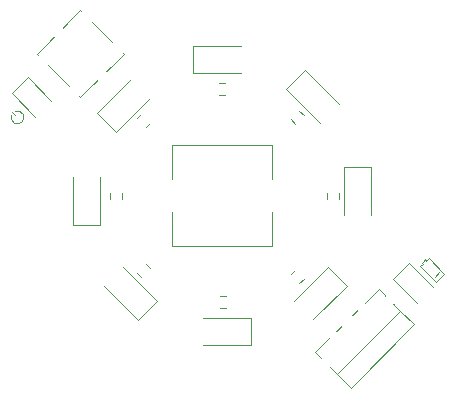
<source format=gbo>
G04 #@! TF.GenerationSoftware,KiCad,Pcbnew,5.1.10-88a1d61d58~90~ubuntu20.04.1*
G04 #@! TF.CreationDate,2021-11-23T17:05:44+00:00*
G04 #@! TF.ProjectId,LiPo-power,4c69506f-2d70-46f7-9765-722e6b696361,rev?*
G04 #@! TF.SameCoordinates,Original*
G04 #@! TF.FileFunction,Legend,Bot*
G04 #@! TF.FilePolarity,Positive*
%FSLAX46Y46*%
G04 Gerber Fmt 4.6, Leading zero omitted, Abs format (unit mm)*
G04 Created by KiCad (PCBNEW 5.1.10-88a1d61d58~90~ubuntu20.04.1) date 2021-11-23 17:05:44*
%MOMM*%
%LPD*%
G01*
G04 APERTURE LIST*
%ADD10C,0.120000*%
%ADD11C,0.100000*%
%ADD12R,1.700000X2.700000*%
G04 APERTURE END LIST*
D10*
X158000000Y-91900000D02*
X158400000Y-91500000D01*
X156900000Y-90700000D02*
X157000000Y-90600000D01*
X157000000Y-90800000D02*
X156900000Y-90700000D01*
X156800000Y-91000000D02*
X157000000Y-90800000D01*
X157200000Y-90400000D02*
X157000000Y-90600000D01*
X157300000Y-90500000D02*
X157200000Y-90400000D01*
X157500000Y-90300000D02*
X157300000Y-90500000D01*
X158800000Y-91600000D02*
X157500000Y-90300000D01*
X158600000Y-91800000D02*
X158800000Y-91600000D01*
X158100000Y-92300000D02*
X158600000Y-91800000D01*
X156800000Y-91000000D02*
X158100000Y-92300000D01*
X122529706Y-77889120D02*
G75*
G02*
X122200001Y-78200001I170294J-510880D01*
G01*
X122200000Y-77900000D02*
X122500000Y-78200000D01*
X124203500Y-78361145D02*
X122181175Y-76338820D01*
X122181175Y-76338820D02*
X123538820Y-74981175D01*
X123538820Y-74981175D02*
X125561145Y-77003500D01*
X155863604Y-90705959D02*
X157885929Y-92728284D01*
X154505959Y-92063604D02*
X155863604Y-90705959D01*
X156528284Y-94085929D02*
X154505959Y-92063604D01*
X131676955Y-73000000D02*
X128000000Y-69323045D01*
X128000000Y-69323045D02*
X124323045Y-73000000D01*
X124323045Y-73000000D02*
X128000000Y-76676955D01*
X128000000Y-76676955D02*
X131676955Y-73000000D01*
X135750000Y-89250000D02*
X144250000Y-89250000D01*
X144250000Y-89250000D02*
X144250000Y-80750000D01*
X135750000Y-80750000D02*
X144250000Y-80750000D01*
X135750000Y-89250000D02*
X135750000Y-80750000D01*
X146904345Y-78165419D02*
X146544111Y-77805185D01*
X146165419Y-78904345D02*
X145805185Y-78544111D01*
X149922500Y-85254724D02*
X149922500Y-84745276D01*
X148877500Y-85254724D02*
X148877500Y-84745276D01*
X146544111Y-92404345D02*
X146904345Y-92044111D01*
X145805185Y-91665419D02*
X146165419Y-91305185D01*
X139832776Y-94522500D02*
X140342224Y-94522500D01*
X139832776Y-93477500D02*
X140342224Y-93477500D01*
X132805185Y-91544111D02*
X133165419Y-91904345D01*
X133544111Y-90805185D02*
X133904345Y-91165419D01*
X130477500Y-84745276D02*
X130477500Y-85254724D01*
X131522500Y-84745276D02*
X131522500Y-85254724D01*
X133165419Y-78095655D02*
X132805185Y-78455889D01*
X133904345Y-78834581D02*
X133544111Y-79194815D01*
X140254724Y-75477500D02*
X139745276Y-75477500D01*
X140254724Y-76522500D02*
X139745276Y-76522500D01*
X148276984Y-78882116D02*
X145406130Y-76011263D01*
X145406130Y-76011263D02*
X147011263Y-74406130D01*
X147011263Y-74406130D02*
X149882116Y-77276984D01*
X150365000Y-86600000D02*
X150365000Y-82540000D01*
X150365000Y-82540000D02*
X152635000Y-82540000D01*
X152635000Y-82540000D02*
X152635000Y-86600000D01*
X146066063Y-93880626D02*
X148936916Y-91009772D01*
X148936916Y-91009772D02*
X150542049Y-92614905D01*
X150542049Y-92614905D02*
X147671195Y-95485758D01*
X138412500Y-95365000D02*
X142472500Y-95365000D01*
X142472500Y-95365000D02*
X142472500Y-97635000D01*
X142472500Y-97635000D02*
X138412500Y-97635000D01*
X131619374Y-91014242D02*
X134490228Y-93885095D01*
X134490228Y-93885095D02*
X132885095Y-95490228D01*
X132885095Y-95490228D02*
X130014242Y-92619374D01*
X129635000Y-83400000D02*
X129635000Y-87460000D01*
X129635000Y-87460000D02*
X127365000Y-87460000D01*
X127365000Y-87460000D02*
X127365000Y-83400000D01*
X133882116Y-76723016D02*
X131011263Y-79593870D01*
X131011263Y-79593870D02*
X129406130Y-77988737D01*
X129406130Y-77988737D02*
X132276984Y-75117884D01*
X141612500Y-74635000D02*
X137552500Y-74635000D01*
X137552500Y-74635000D02*
X137552500Y-72365000D01*
X137552500Y-72365000D02*
X141612500Y-72365000D01*
X155106245Y-94732233D02*
X149732233Y-100106245D01*
X147893755Y-98267767D02*
X149732233Y-100106245D01*
X153267767Y-92893755D02*
X147893755Y-98267767D01*
X153267767Y-92893755D02*
X155106245Y-94732233D01*
X155106245Y-94732233D02*
X156272971Y-95898959D01*
X156272971Y-95898959D02*
X150898959Y-101272971D01*
X149732233Y-100106245D02*
X150898959Y-101272971D01*
%LPC*%
G36*
G01*
X124175215Y-77611612D02*
X124811612Y-76975215D01*
G75*
G02*
X125165164Y-76975215I176776J-176776D01*
G01*
X125624785Y-77434836D01*
G75*
G02*
X125624785Y-77788388I-176776J-176776D01*
G01*
X124988388Y-78424785D01*
G75*
G02*
X124634836Y-78424785I-176776J176776D01*
G01*
X124175215Y-77965164D01*
G75*
G02*
X124175215Y-77611612I176776J176776D01*
G01*
G37*
G36*
G01*
X122725647Y-76162044D02*
X123362044Y-75525647D01*
G75*
G02*
X123715596Y-75525647I176776J-176776D01*
G01*
X124175217Y-75985268D01*
G75*
G02*
X124175217Y-76338820I-176776J-176776D01*
G01*
X123538820Y-76975217D01*
G75*
G02*
X123185268Y-76975217I-176776J176776D01*
G01*
X122725647Y-76515596D01*
G75*
G02*
X122725647Y-76162044I176776J176776D01*
G01*
G37*
G36*
G01*
X156499999Y-93336396D02*
X157136396Y-92699999D01*
G75*
G02*
X157489948Y-92699999I176776J-176776D01*
G01*
X157949569Y-93159620D01*
G75*
G02*
X157949569Y-93513172I-176776J-176776D01*
G01*
X157313172Y-94149569D01*
G75*
G02*
X156959620Y-94149569I-176776J176776D01*
G01*
X156499999Y-93689948D01*
G75*
G02*
X156499999Y-93336396I176776J176776D01*
G01*
G37*
G36*
G01*
X155050431Y-91886828D02*
X155686828Y-91250431D01*
G75*
G02*
X156040380Y-91250431I176776J-176776D01*
G01*
X156500001Y-91710052D01*
G75*
G02*
X156500001Y-92063604I-176776J-176776D01*
G01*
X155863604Y-92700001D01*
G75*
G02*
X155510052Y-92700001I-176776J176776D01*
G01*
X155050431Y-92240380D01*
G75*
G02*
X155050431Y-91886828I176776J176776D01*
G01*
G37*
D11*
G36*
X126797918Y-71090812D02*
G01*
X126090812Y-71797918D01*
X125666548Y-71373654D01*
X126373654Y-70666548D01*
X126797918Y-71090812D01*
G37*
G36*
X130333452Y-74626346D02*
G01*
X129626346Y-75333452D01*
X129202082Y-74909188D01*
X129909188Y-74202082D01*
X130333452Y-74626346D01*
G37*
G36*
X125525126Y-73636396D02*
G01*
X124252334Y-74909188D01*
X123474516Y-74131370D01*
X124747308Y-72858578D01*
X125525126Y-73636396D01*
G37*
G36*
X128141422Y-76252692D02*
G01*
X126868630Y-77525484D01*
X126090812Y-76747666D01*
X127363604Y-75474874D01*
X128141422Y-76252692D01*
G37*
G36*
X129909188Y-69252334D02*
G01*
X128636396Y-70525126D01*
X127858578Y-69747308D01*
X129131370Y-68474516D01*
X129909188Y-69252334D01*
G37*
G36*
X132525484Y-71868630D02*
G01*
X131252692Y-73141422D01*
X130474874Y-72363604D01*
X131747666Y-71090812D01*
X132525484Y-71868630D01*
G37*
D12*
X144050000Y-85000000D03*
X135950000Y-85000000D03*
G36*
G01*
X146222183Y-77886307D02*
X145886307Y-78222183D01*
G75*
G02*
X145550431Y-78222183I-167938J167938D01*
G01*
X145196877Y-77868629D01*
G75*
G02*
X145196877Y-77532753I167938J167938D01*
G01*
X145532753Y-77196877D01*
G75*
G02*
X145868629Y-77196877I167938J-167938D01*
G01*
X146222183Y-77550431D01*
G75*
G02*
X146222183Y-77886307I-167938J-167938D01*
G01*
G37*
G36*
G01*
X147512653Y-79176777D02*
X147176777Y-79512653D01*
G75*
G02*
X146840901Y-79512653I-167938J167938D01*
G01*
X146487347Y-79159099D01*
G75*
G02*
X146487347Y-78823223I167938J167938D01*
G01*
X146823223Y-78487347D01*
G75*
G02*
X147159099Y-78487347I167938J-167938D01*
G01*
X147512653Y-78840901D01*
G75*
G02*
X147512653Y-79176777I-167938J-167938D01*
G01*
G37*
G36*
G01*
X149637500Y-84575000D02*
X149162500Y-84575000D01*
G75*
G02*
X148925000Y-84337500I0J237500D01*
G01*
X148925000Y-83837500D01*
G75*
G02*
X149162500Y-83600000I237500J0D01*
G01*
X149637500Y-83600000D01*
G75*
G02*
X149875000Y-83837500I0J-237500D01*
G01*
X149875000Y-84337500D01*
G75*
G02*
X149637500Y-84575000I-237500J0D01*
G01*
G37*
G36*
G01*
X149637500Y-86400000D02*
X149162500Y-86400000D01*
G75*
G02*
X148925000Y-86162500I0J237500D01*
G01*
X148925000Y-85662500D01*
G75*
G02*
X149162500Y-85425000I237500J0D01*
G01*
X149637500Y-85425000D01*
G75*
G02*
X149875000Y-85662500I0J-237500D01*
G01*
X149875000Y-86162500D01*
G75*
G02*
X149637500Y-86400000I-237500J0D01*
G01*
G37*
G36*
G01*
X146823223Y-91722183D02*
X146487347Y-91386307D01*
G75*
G02*
X146487347Y-91050431I167938J167938D01*
G01*
X146840901Y-90696877D01*
G75*
G02*
X147176777Y-90696877I167938J-167938D01*
G01*
X147512653Y-91032753D01*
G75*
G02*
X147512653Y-91368629I-167938J-167938D01*
G01*
X147159099Y-91722183D01*
G75*
G02*
X146823223Y-91722183I-167938J167938D01*
G01*
G37*
G36*
G01*
X145532753Y-93012653D02*
X145196877Y-92676777D01*
G75*
G02*
X145196877Y-92340901I167938J167938D01*
G01*
X145550431Y-91987347D01*
G75*
G02*
X145886307Y-91987347I167938J-167938D01*
G01*
X146222183Y-92323223D01*
G75*
G02*
X146222183Y-92659099I-167938J-167938D01*
G01*
X145868629Y-93012653D01*
G75*
G02*
X145532753Y-93012653I-167938J167938D01*
G01*
G37*
G36*
G01*
X140512500Y-94237500D02*
X140512500Y-93762500D01*
G75*
G02*
X140750000Y-93525000I237500J0D01*
G01*
X141250000Y-93525000D01*
G75*
G02*
X141487500Y-93762500I0J-237500D01*
G01*
X141487500Y-94237500D01*
G75*
G02*
X141250000Y-94475000I-237500J0D01*
G01*
X140750000Y-94475000D01*
G75*
G02*
X140512500Y-94237500I0J237500D01*
G01*
G37*
G36*
G01*
X138687500Y-94237500D02*
X138687500Y-93762500D01*
G75*
G02*
X138925000Y-93525000I237500J0D01*
G01*
X139425000Y-93525000D01*
G75*
G02*
X139662500Y-93762500I0J-237500D01*
G01*
X139662500Y-94237500D01*
G75*
G02*
X139425000Y-94475000I-237500J0D01*
G01*
X138925000Y-94475000D01*
G75*
G02*
X138687500Y-94237500I0J237500D01*
G01*
G37*
G36*
G01*
X133487347Y-91823223D02*
X133823223Y-91487347D01*
G75*
G02*
X134159099Y-91487347I167938J-167938D01*
G01*
X134512653Y-91840901D01*
G75*
G02*
X134512653Y-92176777I-167938J-167938D01*
G01*
X134176777Y-92512653D01*
G75*
G02*
X133840901Y-92512653I-167938J167938D01*
G01*
X133487347Y-92159099D01*
G75*
G02*
X133487347Y-91823223I167938J167938D01*
G01*
G37*
G36*
G01*
X132196877Y-90532753D02*
X132532753Y-90196877D01*
G75*
G02*
X132868629Y-90196877I167938J-167938D01*
G01*
X133222183Y-90550431D01*
G75*
G02*
X133222183Y-90886307I-167938J-167938D01*
G01*
X132886307Y-91222183D01*
G75*
G02*
X132550431Y-91222183I-167938J167938D01*
G01*
X132196877Y-90868629D01*
G75*
G02*
X132196877Y-90532753I167938J167938D01*
G01*
G37*
G36*
G01*
X130762500Y-85425000D02*
X131237500Y-85425000D01*
G75*
G02*
X131475000Y-85662500I0J-237500D01*
G01*
X131475000Y-86162500D01*
G75*
G02*
X131237500Y-86400000I-237500J0D01*
G01*
X130762500Y-86400000D01*
G75*
G02*
X130525000Y-86162500I0J237500D01*
G01*
X130525000Y-85662500D01*
G75*
G02*
X130762500Y-85425000I237500J0D01*
G01*
G37*
G36*
G01*
X130762500Y-83600000D02*
X131237500Y-83600000D01*
G75*
G02*
X131475000Y-83837500I0J-237500D01*
G01*
X131475000Y-84337500D01*
G75*
G02*
X131237500Y-84575000I-237500J0D01*
G01*
X130762500Y-84575000D01*
G75*
G02*
X130525000Y-84337500I0J237500D01*
G01*
X130525000Y-83837500D01*
G75*
G02*
X130762500Y-83600000I237500J0D01*
G01*
G37*
G36*
G01*
X132886307Y-78777817D02*
X133222183Y-79113693D01*
G75*
G02*
X133222183Y-79449569I-167938J-167938D01*
G01*
X132868629Y-79803123D01*
G75*
G02*
X132532753Y-79803123I-167938J167938D01*
G01*
X132196877Y-79467247D01*
G75*
G02*
X132196877Y-79131371I167938J167938D01*
G01*
X132550431Y-78777817D01*
G75*
G02*
X132886307Y-78777817I167938J-167938D01*
G01*
G37*
G36*
G01*
X134176777Y-77487347D02*
X134512653Y-77823223D01*
G75*
G02*
X134512653Y-78159099I-167938J-167938D01*
G01*
X134159099Y-78512653D01*
G75*
G02*
X133823223Y-78512653I-167938J167938D01*
G01*
X133487347Y-78176777D01*
G75*
G02*
X133487347Y-77840901I167938J167938D01*
G01*
X133840901Y-77487347D01*
G75*
G02*
X134176777Y-77487347I167938J-167938D01*
G01*
G37*
G36*
G01*
X139575000Y-75762500D02*
X139575000Y-76237500D01*
G75*
G02*
X139337500Y-76475000I-237500J0D01*
G01*
X138837500Y-76475000D01*
G75*
G02*
X138600000Y-76237500I0J237500D01*
G01*
X138600000Y-75762500D01*
G75*
G02*
X138837500Y-75525000I237500J0D01*
G01*
X139337500Y-75525000D01*
G75*
G02*
X139575000Y-75762500I0J-237500D01*
G01*
G37*
G36*
G01*
X141400000Y-75762500D02*
X141400000Y-76237500D01*
G75*
G02*
X141162500Y-76475000I-237500J0D01*
G01*
X140662500Y-76475000D01*
G75*
G02*
X140425000Y-76237500I0J237500D01*
G01*
X140425000Y-75762500D01*
G75*
G02*
X140662500Y-75525000I237500J0D01*
G01*
X141162500Y-75525000D01*
G75*
G02*
X141400000Y-75762500I0J-237500D01*
G01*
G37*
G36*
G01*
X148054244Y-77938128D02*
X148938128Y-77054244D01*
G75*
G02*
X149291682Y-77054244I176777J-176777D01*
G01*
X149945756Y-77708318D01*
G75*
G02*
X149945756Y-78061872I-176777J-176777D01*
G01*
X149061872Y-78945756D01*
G75*
G02*
X148708318Y-78945756I-176777J176777D01*
G01*
X148054244Y-78291682D01*
G75*
G02*
X148054244Y-77938128I176777J176777D01*
G01*
G37*
G36*
G01*
X145950602Y-75834486D02*
X146834486Y-74950602D01*
G75*
G02*
X147188040Y-74950602I176777J-176777D01*
G01*
X147842114Y-75604676D01*
G75*
G02*
X147842114Y-75958230I-176777J-176777D01*
G01*
X146958230Y-76842114D01*
G75*
G02*
X146604676Y-76842114I-176777J176777D01*
G01*
X145950602Y-76188040D01*
G75*
G02*
X145950602Y-75834486I176777J176777D01*
G01*
G37*
G36*
G01*
X150875000Y-85775000D02*
X152125000Y-85775000D01*
G75*
G02*
X152375000Y-86025000I0J-250000D01*
G01*
X152375000Y-86950000D01*
G75*
G02*
X152125000Y-87200000I-250000J0D01*
G01*
X150875000Y-87200000D01*
G75*
G02*
X150625000Y-86950000I0J250000D01*
G01*
X150625000Y-86025000D01*
G75*
G02*
X150875000Y-85775000I250000J0D01*
G01*
G37*
G36*
G01*
X150875000Y-82800000D02*
X152125000Y-82800000D01*
G75*
G02*
X152375000Y-83050000I0J-250000D01*
G01*
X152375000Y-83975000D01*
G75*
G02*
X152125000Y-84225000I-250000J0D01*
G01*
X150875000Y-84225000D01*
G75*
G02*
X150625000Y-83975000I0J250000D01*
G01*
X150625000Y-83050000D01*
G75*
G02*
X150875000Y-82800000I250000J0D01*
G01*
G37*
G36*
G01*
X147010051Y-93657886D02*
X147893935Y-94541770D01*
G75*
G02*
X147893935Y-94895324I-176777J-176777D01*
G01*
X147239861Y-95549398D01*
G75*
G02*
X146886307Y-95549398I-176777J176777D01*
G01*
X146002423Y-94665514D01*
G75*
G02*
X146002423Y-94311960I176777J176777D01*
G01*
X146656497Y-93657886D01*
G75*
G02*
X147010051Y-93657886I176777J-176777D01*
G01*
G37*
G36*
G01*
X149113693Y-91554244D02*
X149997577Y-92438128D01*
G75*
G02*
X149997577Y-92791682I-176777J-176777D01*
G01*
X149343503Y-93445756D01*
G75*
G02*
X148989949Y-93445756I-176777J176777D01*
G01*
X148106065Y-92561872D01*
G75*
G02*
X148106065Y-92208318I176777J176777D01*
G01*
X148760139Y-91554244D01*
G75*
G02*
X149113693Y-91554244I176777J-176777D01*
G01*
G37*
G36*
G01*
X139237500Y-95875000D02*
X139237500Y-97125000D01*
G75*
G02*
X138987500Y-97375000I-250000J0D01*
G01*
X138062500Y-97375000D01*
G75*
G02*
X137812500Y-97125000I0J250000D01*
G01*
X137812500Y-95875000D01*
G75*
G02*
X138062500Y-95625000I250000J0D01*
G01*
X138987500Y-95625000D01*
G75*
G02*
X139237500Y-95875000I0J-250000D01*
G01*
G37*
G36*
G01*
X142212500Y-95875000D02*
X142212500Y-97125000D01*
G75*
G02*
X141962500Y-97375000I-250000J0D01*
G01*
X141037500Y-97375000D01*
G75*
G02*
X140787500Y-97125000I0J250000D01*
G01*
X140787500Y-95875000D01*
G75*
G02*
X141037500Y-95625000I250000J0D01*
G01*
X141962500Y-95625000D01*
G75*
G02*
X142212500Y-95875000I0J-250000D01*
G01*
G37*
G36*
G01*
X131842114Y-91958230D02*
X130958230Y-92842114D01*
G75*
G02*
X130604676Y-92842114I-176777J176777D01*
G01*
X129950602Y-92188040D01*
G75*
G02*
X129950602Y-91834486I176777J176777D01*
G01*
X130834486Y-90950602D01*
G75*
G02*
X131188040Y-90950602I176777J-176777D01*
G01*
X131842114Y-91604676D01*
G75*
G02*
X131842114Y-91958230I-176777J-176777D01*
G01*
G37*
G36*
G01*
X133945756Y-94061872D02*
X133061872Y-94945756D01*
G75*
G02*
X132708318Y-94945756I-176777J176777D01*
G01*
X132054244Y-94291682D01*
G75*
G02*
X132054244Y-93938128I176777J176777D01*
G01*
X132938128Y-93054244D01*
G75*
G02*
X133291682Y-93054244I176777J-176777D01*
G01*
X133945756Y-93708318D01*
G75*
G02*
X133945756Y-94061872I-176777J-176777D01*
G01*
G37*
G36*
G01*
X129125000Y-84225000D02*
X127875000Y-84225000D01*
G75*
G02*
X127625000Y-83975000I0J250000D01*
G01*
X127625000Y-83050000D01*
G75*
G02*
X127875000Y-82800000I250000J0D01*
G01*
X129125000Y-82800000D01*
G75*
G02*
X129375000Y-83050000I0J-250000D01*
G01*
X129375000Y-83975000D01*
G75*
G02*
X129125000Y-84225000I-250000J0D01*
G01*
G37*
G36*
G01*
X129125000Y-87200000D02*
X127875000Y-87200000D01*
G75*
G02*
X127625000Y-86950000I0J250000D01*
G01*
X127625000Y-86025000D01*
G75*
G02*
X127875000Y-85775000I250000J0D01*
G01*
X129125000Y-85775000D01*
G75*
G02*
X129375000Y-86025000I0J-250000D01*
G01*
X129375000Y-86950000D01*
G75*
G02*
X129125000Y-87200000I-250000J0D01*
G01*
G37*
G36*
G01*
X132938128Y-76945756D02*
X132054244Y-76061872D01*
G75*
G02*
X132054244Y-75708318I176777J176777D01*
G01*
X132708318Y-75054244D01*
G75*
G02*
X133061872Y-75054244I176777J-176777D01*
G01*
X133945756Y-75938128D01*
G75*
G02*
X133945756Y-76291682I-176777J-176777D01*
G01*
X133291682Y-76945756D01*
G75*
G02*
X132938128Y-76945756I-176777J176777D01*
G01*
G37*
G36*
G01*
X130834486Y-79049398D02*
X129950602Y-78165514D01*
G75*
G02*
X129950602Y-77811960I176777J176777D01*
G01*
X130604676Y-77157886D01*
G75*
G02*
X130958230Y-77157886I176777J-176777D01*
G01*
X131842114Y-78041770D01*
G75*
G02*
X131842114Y-78395324I-176777J-176777D01*
G01*
X131188040Y-79049398D01*
G75*
G02*
X130834486Y-79049398I-176777J176777D01*
G01*
G37*
G36*
G01*
X140787500Y-74125000D02*
X140787500Y-72875000D01*
G75*
G02*
X141037500Y-72625000I250000J0D01*
G01*
X141962500Y-72625000D01*
G75*
G02*
X142212500Y-72875000I0J-250000D01*
G01*
X142212500Y-74125000D01*
G75*
G02*
X141962500Y-74375000I-250000J0D01*
G01*
X141037500Y-74375000D01*
G75*
G02*
X140787500Y-74125000I0J250000D01*
G01*
G37*
G36*
G01*
X137812500Y-74125000D02*
X137812500Y-72875000D01*
G75*
G02*
X138062500Y-72625000I250000J0D01*
G01*
X138987500Y-72625000D01*
G75*
G02*
X139237500Y-72875000I0J-250000D01*
G01*
X139237500Y-74125000D01*
G75*
G02*
X138987500Y-74375000I-250000J0D01*
G01*
X138062500Y-74375000D01*
G75*
G02*
X137812500Y-74125000I0J250000D01*
G01*
G37*
D11*
G36*
X148671573Y-98692031D02*
G01*
X149307969Y-99328427D01*
X148459441Y-100176955D01*
X147823045Y-99540559D01*
X148671573Y-98692031D01*
G37*
G36*
X154540559Y-92823045D02*
G01*
X155176955Y-93459441D01*
X154328427Y-94307969D01*
X153692031Y-93671573D01*
X154540559Y-92823045D01*
G37*
G36*
X149095837Y-95934315D02*
G01*
X149873654Y-96712132D01*
X149307969Y-97277817D01*
X148530152Y-96500000D01*
X149095837Y-95934315D01*
G37*
G36*
X150439339Y-94590811D02*
G01*
X151217157Y-95368629D01*
X150368629Y-96217157D01*
X149590811Y-95439339D01*
X150439339Y-94590811D01*
G37*
G36*
X151500000Y-93530152D02*
G01*
X152277817Y-94307969D01*
X151712132Y-94873654D01*
X150934315Y-94095837D01*
X151500000Y-93530152D01*
G37*
M02*

</source>
